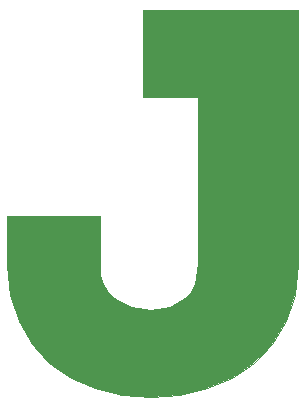
<source format=gto>
G04 #@! TF.FileFunction,Legend,Top*
%FSLAX46Y46*%
G04 Gerber Fmt 4.6, Leading zero omitted, Abs format (unit mm)*
G04 Created by KiCad (PCBNEW 4.0.0-rc2-stable) date 3/3/2016 3:45:09 PM*
%MOMM*%
G01*
G04 APERTURE LIST*
%ADD10C,0.150000*%
%ADD11C,0.025400*%
G04 APERTURE END LIST*
D10*
D11*
G36*
X75965780Y-40359705D02*
X75711043Y-42858862D01*
X74948383Y-45080176D01*
X73756510Y-47000363D01*
X72218901Y-48595765D01*
X70367544Y-49857801D01*
X68239071Y-50770794D01*
X65912217Y-51325803D01*
X63471884Y-51511563D01*
X61046086Y-51325806D01*
X58772681Y-50770822D01*
X56707806Y-49857892D01*
X54908759Y-48595890D01*
X53422335Y-47000529D01*
X52294991Y-45080491D01*
X51584547Y-42859093D01*
X51347630Y-40359758D01*
X51347630Y-36157056D01*
X59148532Y-36157056D01*
X59148532Y-40221153D01*
X59148578Y-40222235D01*
X59226524Y-41134139D01*
X59227004Y-41136675D01*
X59461959Y-41927324D01*
X59463166Y-41930110D01*
X59854016Y-42599460D01*
X59856011Y-42602045D01*
X60403908Y-43148893D01*
X60406971Y-43151146D01*
X61796669Y-43881645D01*
X61800750Y-43882971D01*
X63469905Y-44125773D01*
X63473599Y-44125767D01*
X65107096Y-43883068D01*
X65111506Y-43881547D01*
X66396656Y-43151098D01*
X66399866Y-43148501D01*
X66886666Y-42601654D01*
X66888444Y-42599077D01*
X67237048Y-41929771D01*
X67238319Y-41925946D01*
X67515615Y-40223397D01*
X67515780Y-40221355D01*
X67515830Y-26091406D01*
X67514829Y-26086465D01*
X67512110Y-26082426D01*
X67510960Y-26081276D01*
X67506759Y-26078489D01*
X67501980Y-26077556D01*
X62789930Y-26077556D01*
X62789930Y-18737554D01*
X75965780Y-18737554D01*
X75965780Y-40359705D01*
X75965780Y-40359705D01*
G37*
X75965780Y-40359705D02*
X75711043Y-42858862D01*
X74948383Y-45080176D01*
X73756510Y-47000363D01*
X72218901Y-48595765D01*
X70367544Y-49857801D01*
X68239071Y-50770794D01*
X65912217Y-51325803D01*
X63471884Y-51511563D01*
X61046086Y-51325806D01*
X58772681Y-50770822D01*
X56707806Y-49857892D01*
X54908759Y-48595890D01*
X53422335Y-47000529D01*
X52294991Y-45080491D01*
X51584547Y-42859093D01*
X51347630Y-40359758D01*
X51347630Y-36157056D01*
X59148532Y-36157056D01*
X59148532Y-40221153D01*
X59148578Y-40222235D01*
X59226524Y-41134139D01*
X59227004Y-41136675D01*
X59461959Y-41927324D01*
X59463166Y-41930110D01*
X59854016Y-42599460D01*
X59856011Y-42602045D01*
X60403908Y-43148893D01*
X60406971Y-43151146D01*
X61796669Y-43881645D01*
X61800750Y-43882971D01*
X63469905Y-44125773D01*
X63473599Y-44125767D01*
X65107096Y-43883068D01*
X65111506Y-43881547D01*
X66396656Y-43151098D01*
X66399866Y-43148501D01*
X66886666Y-42601654D01*
X66888444Y-42599077D01*
X67237048Y-41929771D01*
X67238319Y-41925946D01*
X67515615Y-40223397D01*
X67515780Y-40221355D01*
X67515830Y-26091406D01*
X67514829Y-26086465D01*
X67512110Y-26082426D01*
X67510960Y-26081276D01*
X67506759Y-26078489D01*
X67501980Y-26077556D01*
X62789930Y-26077556D01*
X62789930Y-18737554D01*
X75965780Y-18737554D01*
X75965780Y-40359705D01*
M02*

</source>
